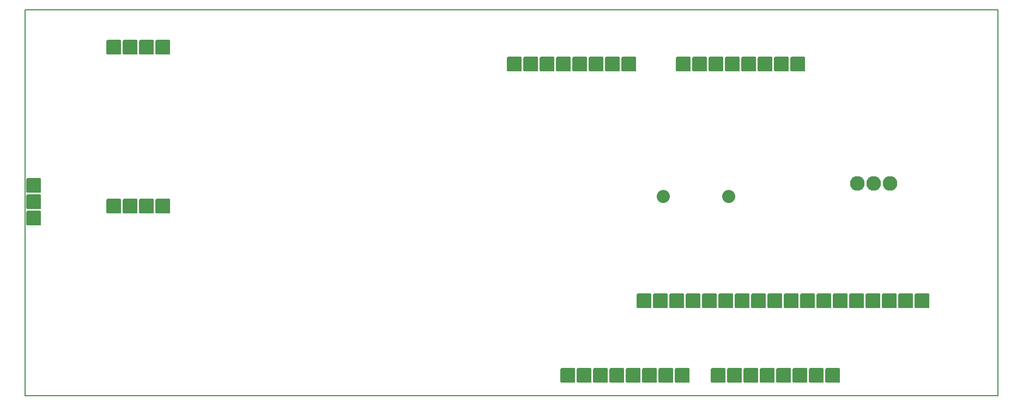
<source format=gbr>
G04 PROTEUS GERBER X2 FILE*
%TF.GenerationSoftware,Labcenter,Proteus,8.12-SP0-Build30713*%
%TF.CreationDate,2025-01-15T12:30:57+00:00*%
%TF.FileFunction,Soldermask,Top*%
%TF.FilePolarity,Negative*%
%TF.Part,Single*%
%TF.SameCoordinates,{9626ba97-e6ad-4adc-9df8-61d07434fadc}*%
%FSLAX45Y45*%
%MOMM*%
G01*
%AMPPAD006*
4,1,36,
-1.016000,1.143000,
1.016000,1.143000,
1.041970,1.140470,
1.065980,1.133200,
1.087580,1.121650,
1.106290,1.106290,
1.121650,1.087570,
1.133200,1.065980,
1.140470,1.041970,
1.143000,1.016000,
1.143000,-1.016000,
1.140470,-1.041970,
1.133200,-1.065980,
1.121650,-1.087570,
1.106290,-1.106290,
1.087580,-1.121650,
1.065980,-1.133200,
1.041970,-1.140470,
1.016000,-1.143000,
-1.016000,-1.143000,
-1.041970,-1.140470,
-1.065980,-1.133200,
-1.087580,-1.121650,
-1.106290,-1.106290,
-1.121650,-1.087570,
-1.133200,-1.065980,
-1.140470,-1.041970,
-1.143000,-1.016000,
-1.143000,1.016000,
-1.140470,1.041970,
-1.133200,1.065980,
-1.121650,1.087570,
-1.106290,1.106290,
-1.087580,1.121650,
-1.065980,1.133200,
-1.041970,1.140470,
-1.016000,1.143000,
0*%
%TA.AperFunction,Material*%
%ADD16PPAD006*%
%TA.AperFunction,Material*%
%ADD17C,2.032000*%
%TA.AperFunction,Material*%
%ADD18C,2.286000*%
%AMPPAD009*
4,1,36,
1.143000,1.016000,
1.143000,-1.016000,
1.140470,-1.041970,
1.133200,-1.065980,
1.121650,-1.087580,
1.106290,-1.106290,
1.087570,-1.121650,
1.065980,-1.133200,
1.041970,-1.140470,
1.016000,-1.143000,
-1.016000,-1.143000,
-1.041970,-1.140470,
-1.065980,-1.133200,
-1.087570,-1.121650,
-1.106290,-1.106290,
-1.121650,-1.087580,
-1.133200,-1.065980,
-1.140470,-1.041970,
-1.143000,-1.016000,
-1.143000,1.016000,
-1.140470,1.041970,
-1.133200,1.065980,
-1.121650,1.087580,
-1.106290,1.106290,
-1.087570,1.121650,
-1.065980,1.133200,
-1.041970,1.140470,
-1.016000,1.143000,
1.016000,1.143000,
1.041970,1.140470,
1.065980,1.133200,
1.087570,1.121650,
1.106290,1.106290,
1.121650,1.087580,
1.133200,1.065980,
1.140470,1.041970,
1.143000,1.016000,
0*%
%ADD19PPAD009*%
%TA.AperFunction,Profile*%
%ADD14C,0.203200*%
%TD.AperFunction*%
D16*
X+9620000Y-4540000D03*
X+9874000Y-4540000D03*
X+10128000Y-4540000D03*
X+10382000Y-4540000D03*
X+10636000Y-4540000D03*
X+10890000Y-4540000D03*
X+11144000Y-4540000D03*
X+11398000Y-4540000D03*
X+11652000Y-4540000D03*
X+11906000Y-4540000D03*
X+12160000Y-4540000D03*
X+12414000Y-4540000D03*
X+12668000Y-4540000D03*
X+12922000Y-4540000D03*
X+13176000Y-4540000D03*
X+13430000Y-4540000D03*
X+13684000Y-4540000D03*
X+13938000Y-4540000D03*
D17*
X+10930000Y-2910000D03*
X+9914000Y-2910000D03*
D18*
X+12926000Y-2710000D03*
X+13434000Y-2710000D03*
X+13180000Y-2710000D03*
D16*
X+10210000Y-5700000D03*
X+9956000Y-5700000D03*
X+9702000Y-5700000D03*
X+9448000Y-5700000D03*
X+9194000Y-5700000D03*
X+8940000Y-5700000D03*
X+8686000Y-5700000D03*
X+8432000Y-5700000D03*
X+10770000Y-5700000D03*
X+11024000Y-5700000D03*
X+11278000Y-5700000D03*
X+11532000Y-5700000D03*
X+11786000Y-5700000D03*
X+12040000Y-5700000D03*
X+12294000Y-5700000D03*
X+12548000Y-5700000D03*
X+12010000Y-850000D03*
X+11756000Y-850000D03*
X+11502000Y-850000D03*
X+11248000Y-850000D03*
X+10994000Y-850000D03*
X+10740000Y-850000D03*
X+10486000Y-850000D03*
X+10232000Y-850000D03*
X+9380000Y-850000D03*
X+9126000Y-850000D03*
X+8872000Y-850000D03*
X+8618000Y-850000D03*
X+8364000Y-850000D03*
X+8110000Y-850000D03*
X+7856000Y-850000D03*
X+7602000Y-850000D03*
D19*
X+140000Y-2740000D03*
X+140000Y-2994000D03*
X+140000Y-3248000D03*
D16*
X+2140000Y-590000D03*
X+1886000Y-590000D03*
X+1632000Y-590000D03*
X+1378000Y-590000D03*
X+1380000Y-3060000D03*
X+1634000Y-3060000D03*
X+1888000Y-3060000D03*
X+2142000Y-3060000D03*
D14*
X+0Y-6010000D02*
X+15116000Y-6010000D01*
X+15116000Y-10000D01*
X+0Y-10000D01*
X+0Y-6010000D01*
M02*

</source>
